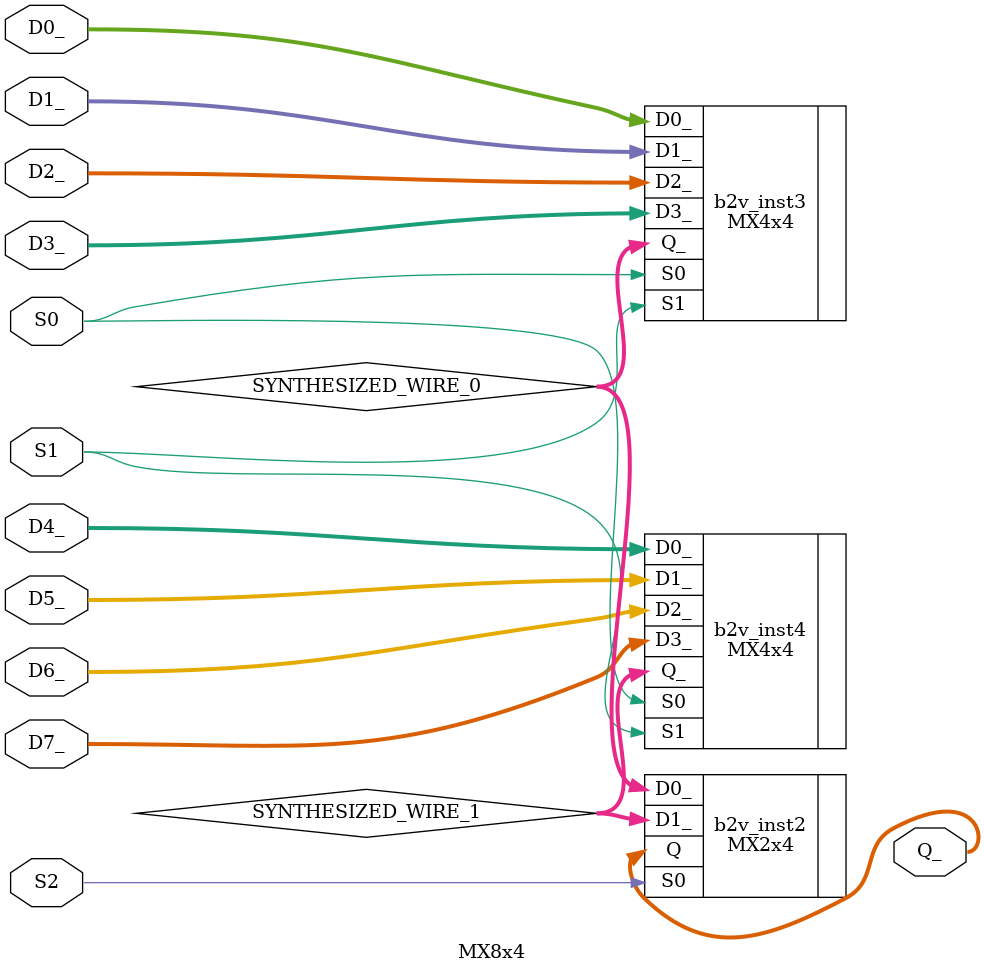
<source format=v>


module MX8x4(
	S1,
	S0,
	S2,
	D0_,
	D1_,
	D2_,
	D3_,
	D4_,
	D5_,
	D6_,
	D7_,
	Q_
);


input wire	S1;
input wire	S0;
input wire	S2;
input wire	[3:0] D0_;
input wire	[3:0] D1_;
input wire	[3:0] D2_;
input wire	[3:0] D3_;
input wire	[3:0] D4_;
input wire	[3:0] D5_;
input wire	[3:0] D6_;
input wire	[3:0] D7_;
output wire	[3:0] Q_;

wire	[3:0] SYNTHESIZED_WIRE_0;
wire	[3:0] SYNTHESIZED_WIRE_1;





MX2x4	b2v_inst2(
	.S0(S2),
	.D0_(SYNTHESIZED_WIRE_0),
	.D1_(SYNTHESIZED_WIRE_1),
	.Q(Q_));


MX4x4	b2v_inst3(
	.S1(S1),
	.S0(S0),
	.D0_(D0_),
	.D1_(D1_),
	.D2_(D2_),
	.D3_(D3_),
	.Q_(SYNTHESIZED_WIRE_0));


MX4x4	b2v_inst4(
	.S1(S1),
	.S0(S0),
	.D0_(D4_),
	.D1_(D5_),
	.D2_(D6_),
	.D3_(D7_),
	.Q_(SYNTHESIZED_WIRE_1));


endmodule

</source>
